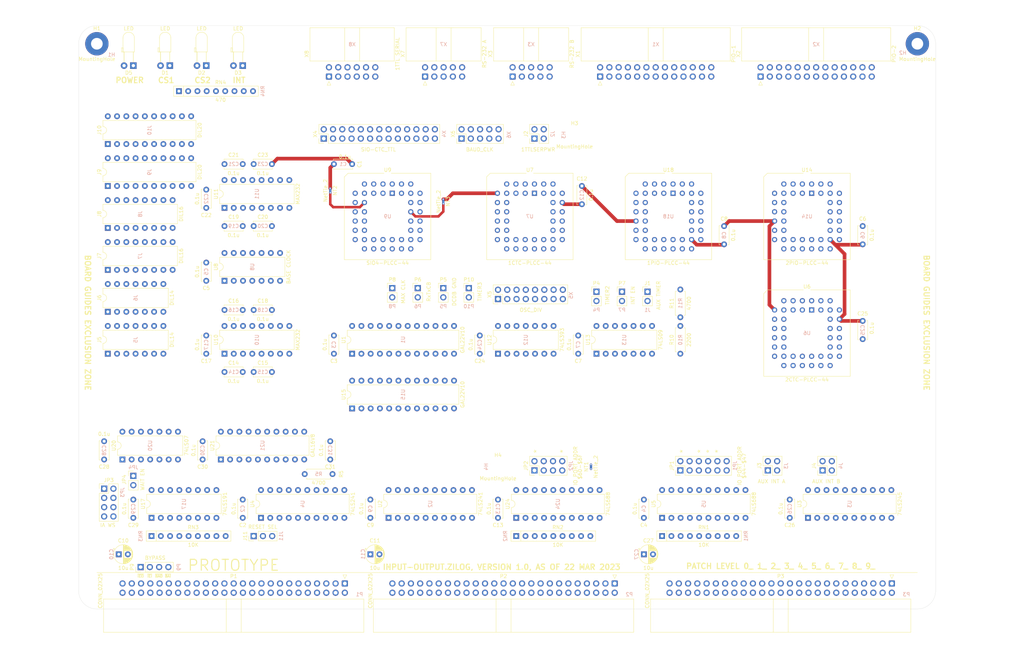
<source format=kicad_pcb>
(kicad_pcb (version 20211014) (generator pcbnew)
  (layers (0 "F.Cu" signal) (31 "B.Cu" signal) (34 "B.Paste" user) (35 "F.Paste" user) (36 "B.SilkS" user "B.Silkscreen") (37 "F.SilkS" user "F.Silkscreen") (38 "B.Mask" user) (39 "F.Mask" user) (44 "Edge.Cuts" user))
  (net 0 "")
  (net 1 "GND")
  (net 2 "VCC")
  (net 3 "Net-(C14-Pad2)")
  (net 4 "Net-(C14-Pad1)")
  (net 5 "Net-(C15-Pad2)")
  (net 6 "Net-(C15-Pad1)")
  (net 7 "Net-(C16-Pad2)")
  (net 8 "Net-(C18-Pad1)")
  (net 9 "Net-(C19-Pad2)")
  (net 10 "Net-(C19-Pad1)")
  (net 11 "Net-(C20-Pad2)")
  (net 12 "Net-(C20-Pad1)")
  (net 13 "Net-(C21-Pad2)")
  (net 14 "Net-(C23-Pad1)")
  (net 15 "Net-(D1-Pad1)")
  (net 16 "Net-(JP2-Pad8)")
  (net 17 "Net-(JP2-Pad6)")
  (net 18 "Net-(JP2-Pad4)")
  (net 19 "Net-(JP2-Pad2)")
  (net 20 "Net-(RN2-Pad9)")
  (net 21 "/CTC-SIO/1PWRB")
  (net 22 "/CTC-SIO/1PWRA")
  (net 23 "~{INT2}")
  (net 24 "~{INT1}")
  (net 25 "~{INT0}")
  (net 26 "Net-(JP1-Pad12)")
  (net 27 "Net-(JP1-Pad10)")
  (net 28 "Net-(JP1-Pad8)")
  (net 29 "Net-(JP1-Pad6)")
  (net 30 "Net-(JP1-Pad4)")
  (net 31 "Net-(JP1-Pad2)")
  (net 32 "~{IEO}")
  (net 33 "~{IEI}")
  (net 34 "-12V")
  (net 35 "/bus/CRUCLK")
  (net 36 "CLK")
  (net 37 "~{M1}")
  (net 38 "~{IORQ}")
  (net 39 "~{RD}")
  (net 40 "A0")
  (net 41 "A1")
  (net 42 "A2")
  (net 43 "A3")
  (net 44 "A4")
  (net 45 "A5")
  (net 46 "A6")
  (net 47 "A7")
  (net 48 "+12V")
  (net 49 "D0")
  (net 50 "D1")
  (net 51 "D2")
  (net 52 "D3")
  (net 53 "D4")
  (net 54 "D5")
  (net 55 "D6")
  (net 56 "D7")
  (net 57 "/CTC-SIO/1CTC_TG2")
  (net 58 "/CTC-SIO/1PHI_X")
  (net 59 "/CTC-SIO/GND-SIO4")
  (net 60 "/CTC-SIO/~{1DCDB}")
  (net 61 "/CTC-SIO/~{1TXCB}")
  (net 62 "/CTC-SIO/~{1RxCB}")
  (net 64 "/CTC-SIO/1CTC_TG3")
  (net 65 "/CTC-SIO/1CTC_ZC2")
  (net 66 "~{bINT}")
  (net 67 "/CTC-SIO/VCC-SIO4")
  (net 68 "Net-(RN1-Pad9)")
  (net 69 "~{PM1}")
  (net 70 "BASE_CLK")
  (net 71 "DATA_DIR")
  (net 72 "bA3")
  (net 73 "~{CS_CTC1}")
  (net 74 "bA2")
  (net 75 "~{CS_SIO1}")
  (net 76 "~{bIORQ}")
  (net 77 "~{CS_PIO1}")
  (net 78 "~{bIEI}")
  (net 79 "~{CS_PIO2}")
  (net 80 "~{bM1}")
  (net 81 "~{CS1}")
  (net 82 "~{bRD}")
  (net 83 "~{bRESET}")
  (net 84 "bA4")
  (net 85 "bA0")
  (net 86 "bA5")
  (net 87 "bA1")
  (net 88 "bA6")
  (net 89 "bA7")
  (net 90 "bD0")
  (net 91 "bD1")
  (net 92 "bD2")
  (net 93 "bD3")
  (net 94 "bD4")
  (net 95 "bD5")
  (net 96 "bD6")
  (net 97 "bD7")
  (net 98 "bCLK")
  (net 99 "~{CS2}")
  (net 100 "/CTC-SIO/1CTC_TG0")
  (net 101 "/CTC-SIO/1CTC_TG1")
  (net 102 "/CTC-SIO/1CTC_ZC1")
  (net 103 "/CTC-SIO/1CTC_ZC0")
  (net 104 "/CTC-SIO/~{1W-RDYB}")
  (net 105 "/CTC-SIO/1RXDB")
  (net 106 "/CTC-SIO/~{1RIB}")
  (net 107 "/CTC-SIO/1TXDB")
  (net 108 "/CTC-SIO/~{1RTSB}")
  (net 109 "/CTC-SIO/~{1CTSA}")
  (net 110 "/CTC-SIO/~{1DTRA}")
  (net 111 "/CTC-SIO/~{1DTRB}")
  (net 112 "/CTC-SIO/~{1CTSB}")
  (net 113 "/CTC-SIO/~{1DCDA}")
  (net 114 "/CTC-SIO/~{1RTSA}")
  (net 115 "/CTC-SIO/~{1TXCA}")
  (net 116 "/CTC-SIO/1RXDA")
  (net 117 "/CTC-SIO/~{1W-RDYA}")
  (net 118 "/CTC-SIO/1TXDA")
  (net 119 "/CTC-SIO/~{1RXCA}")
  (net 120 "/CTC-SIO/~{1RIA}")
  (net 121 "/CTC-SIO/1CTSB_IN")
  (net 122 "/CTC-SIO/1RTSB_OUT")
  (net 123 "/CTC-SIO/~{1TXDB_OUT}")
  (net 124 "/CTC-SIO/~{1RXDB_IN}")
  (net 125 "/CTC-SIO/1CTSA_IN")
  (net 126 "/CTC-SIO/1RTSA_OUT")
  (net 127 "/CTC-SIO/~{1TXDA_OUT}")
  (net 128 "/CTC-SIO/~{1RXDA_IN}")
  (net 129 "/CTC-SIO/1Q3A")
  (net 130 "/CTC-SIO/1Q2A")
  (net 131 "/CTC-SIO/1Q0B")
  (net 132 "/CTC-SIO/1Q1A")
  (net 133 "/CTC-SIO/1Q1B")
  (net 134 "/CTC-SIO/1Q0A")
  (net 135 "/CTC-SIO/1Q2B")
  (net 136 "/CTC-SIO/1Q3B")
  (net 137 "/CTC-SIO/1CPA")
  (net 138 "/dualPIO/2PB6")
  (net 139 "/dualPIO/2PB4")
  (net 140 "/dualPIO/2PB2")
  (net 141 "/dualPIO/2PB0")
  (net 142 "/dualPIO/2PB7")
  (net 143 "/dualPIO/2PB5")
  (net 144 "/dualPIO/2PB3")
  (net 145 "/dualPIO/2PB1")
  (net 146 "/dualPIO/2ARDY")
  (net 147 "/dualPIO/~{2ASTB}")
  (net 148 "/dualPIO/2BRDY")
  (net 149 "/dualPIO/~{2BSTB}")
  (net 150 "/dualPIO/2PA0")
  (net 151 "/dualPIO/2PA2")
  (net 152 "/dualPIO/2PA4")
  (net 153 "/dualPIO/2PA6")
  (net 154 "/dualPIO/2PA1")
  (net 155 "/dualPIO/2PA3")
  (net 156 "/dualPIO/2PA5")
  (net 157 "/dualPIO/2PA7")
  (net 158 "/dualPIO/1PB6")
  (net 159 "/dualPIO/1PB4")
  (net 160 "/dualPIO/1PB2")
  (net 161 "/dualPIO/1PB0")
  (net 162 "/dualPIO/1PB7")
  (net 163 "/dualPIO/1PB5")
  (net 164 "/dualPIO/1PB3")
  (net 165 "/dualPIO/1PB1")
  (net 166 "/dualPIO/1ARDY")
  (net 167 "/dualPIO/~{1ASTB}")
  (net 168 "/dualPIO/1BRDY")
  (net 169 "/dualPIO/~{1BSTB}")
  (net 170 "/dualPIO/1PA0")
  (net 171 "/dualPIO/1PA2")
  (net 172 "/dualPIO/1PA4")
  (net 173 "/dualPIO/1PA6")
  (net 174 "/dualPIO/1PA1")
  (net 175 "/dualPIO/1PA3")
  (net 176 "/dualPIO/1PA5")
  (net 177 "/dualPIO/1PA7")
  (net 178 "ZERO")
  (net 179 "IEO_CTC2")
  (net 180 "/CTC-INT/2CTC_TG3")
  (net 181 "/CTC-INT/2CTC_ZC0")
  (net 182 "/CTC-INT/2CTC_TG1")
  (net 183 "/CTC-INT/2CTC_TG2")
  (net 184 "Net-(D2-Pad1)")
  (net 185 "CLK_ZILOG")
  (net 186 "Net-(JP3-Pad8)")
  (net 187 "Net-(JP3-Pad6)")
  (net 188 "Net-(JP3-Pad4)")
  (net 189 "Net-(JP3-Pad2)")
  (net 190 "~{WAIT}")
  (net 191 "~{bIORQ_RAW}")
  (net 193 "/GAL/DEL_CNT")
  (net 194 "/GAL/~{bCLK}")
  (net 195 "/GAL/bM1")
  (net 196 "/GAL/~{bWAIT}")
  (net 197 "~{BAO}")
  (net 198 "~{BAI}")
  (net 199 "Net-(JP4-Pad1)")
  (net 200 "Net-(P7-Pad1)")
  (net 201 "IEO_PIO2")
  (net 202 "IEO_SIO1")
  (net 203 "470C")
  (net 204 "470B")
  (net 205 "470D")
  (net 206 "470A")
  (net 207 "470F")
  (net 208 "470E")
  (net 307 "IEO_CTC1")
  (net 308 "/bus/E")
  (net 309 "/bus/~{WR}")
  (net 310 "/bus/ST")
  (net 311 "/bus/PHI")
  (net 312 "/bus/~{MREQ}")
  (net 313 "/bus/~{BUSACK}")
  (net 314 "~{RES_IN}")
  (net 315 "/bus/CRUOUT")
  (net 316 "/bus/CRUIN")
  (net 317 "/bus/~{NMI}")
  (net 318 "~{RES_OUT}")
  (net 319 "/bus/USER8")
  (net 320 "/bus/~{BUSRQ}")
  (net 321 "/bus/USER7")
  (net 322 "/bus/USER6")
  (net 323 "/bus/~{HALT}")
  (net 324 "/bus/USER5")
  (net 325 "/bus/~{RFSH}")
  (net 326 "/bus/USER4")
  (net 327 "/bus/~{EIRQ7}")
  (net 328 "/bus/USER3")
  (net 329 "/bus/~{EIRQ6}")
  (net 330 "/bus/USER2")
  (net 331 "/bus/~{EIRQ5}")
  (net 332 "/bus/USER1")
  (net 333 "/bus/~{EIRQ4}")
  (net 334 "/bus/USER0")
  (net 335 "/bus/~{EIRQ3}")
  (net 336 "/bus/~{EIRQ2}")
  (net 337 "/bus/~{EIRQ1}")
  (net 338 "/bus/~{EIRQ0}")
  (net 339 "Net-(J11-Pad2)")
  (net 340 "/bus/I2C_SCL")
  (net 341 "/bus/A15")
  (net 342 "/bus/A31")
  (net 343 "/bus/A14")
  (net 344 "/bus/A30")
  (net 345 "/bus/A13")
  (net 346 "/bus/A29")
  (net 347 "/bus/A12")
  (net 348 "/bus/A28")
  (net 349 "/bus/A11")
  (net 350 "/bus/A27")
  (net 351 "/bus/A10")
  (net 352 "/bus/A26")
  (net 353 "/bus/A9")
  (net 354 "/bus/A25")
  (net 355 "/bus/A8")
  (net 356 "/bus/A24")
  (net 357 "/bus/A23")
  (net 358 "/bus/A22")
  (net 359 "/bus/A21")
  (net 360 "/bus/A20")
  (net 361 "/bus/A19")
  (net 362 "/bus/A18")
  (net 363 "/bus/A17")
  (net 364 "/bus/A16")
  (net 365 "/bus/IC3")
  (net 366 "/bus/~{TEND1}")
  (net 367 "/bus/IC2")
  (net 368 "/bus/~{DREQ1}")
  (net 369 "/bus/IC1")
  (net 370 "/bus/~{TEND0}")
  (net 371 "/bus/IC0")
  (net 372 "/bus/~{DREQ0}")
  (net 373 "/bus/AUXCLK1")
  (net 374 "/bus/AUXCLK0")
  (net 375 "/bus/D15")
  (net 376 "/bus/D31")
  (net 377 "/bus/D14")
  (net 378 "/bus/D30")
  (net 379 "/bus/D13")
  (net 380 "/bus/D29")
  (net 381 "/bus/D12")
  (net 382 "/bus/D28")
  (net 383 "/bus/D11")
  (net 384 "/bus/D27")
  (net 385 "/bus/D10")
  (net 386 "/bus/D26")
  (net 387 "/bus/D9")
  (net 388 "/bus/D25")
  (net 389 "/bus/D8")
  (net 390 "/bus/D24")
  (net 391 "/bus/D23")
  (net 392 "/bus/D22")
  (net 393 "/bus/D21")
  (net 394 "/bus/D20")
  (net 395 "/bus/D19")
  (net 396 "/bus/D18")
  (net 397 "/bus/D17")
  (net 398 "/bus/D16")
  (net 399 "/bus/~{BUSERR}")
  (net 400 "/bus/UDS")
  (net 401 "/bus/~{VPA}")
  (net 402 "/bus/LDS")
  (net 403 "/bus/~{VMA}")
  (net 404 "/bus/S2")
  (net 405 "/bus/~{BHE}")
  (net 406 "/bus/S1")
  (net 407 "/bus/IPL2")
  (net 408 "/bus/S0")
  (net 409 "/bus/IPL1")
  (net 410 "/bus/AUXCLK3")
  (net 411 "/bus/IPL0")
  (net 412 "/bus/AUXCLK2")
  (net 413 "IEO_PIO1")
  (net 428 "/CTC-INT/2CTC_ZC1")
  (net 429 "/CTC-INT/2CTC_ZC2")
  (net 538 "/bus/I2C_SDA")
  (footprint "Connector_IDC:IDC-Header_2x25_P2.54mm_Horizontal" (layer "F.Cu") (at 108 223 -90)
    (fp_text reference "P1")
    (fp_text value "CONN_02X25")
  )
  (footprint "LED_THT:LED_D3.0mm_Horizontal_O3.81mm_Z2.0mm" (layer "F.Cu") (at 50 81 180)
    (fp_text reference "D5")
    (fp_text value "LED")
  )
  (footprint "MountingHole:MountingHole_3.2mm_M3_Pad" (layer "F.Cu") (at 40 75)
    (fp_text reference "H1")
    (fp_text value "MountingHole")
  )
  (footprint "Connector_IDC:IDC-Header_2x25_P2.54mm_Horizontal" (layer "F.Cu") (at 258 223 -90)
    (fp_text reference "P3")
    (fp_text value "CONN_02X25")
  )
  (footprint "Connector_IDC:IDC-Header_2x25_P2.54mm_Horizontal" (layer "F.Cu") (at 182 223 -90)
    (fp_text reference "P2")
    (fp_text value "CONN_02X25")
  )
  (footprint "Capacitor_THT:C_Disc_D5.0mm_W2.5mm_P5.00mm" (layer "F.Cu") (at 105 108)
    (fp_text reference "C1")
    (fp_text value "0.1u")
  )
  (footprint "MountingHole:MountingHole_3.2mm_M3_Pad" (layer "F.Cu") (at 265 75)
    (fp_text reference "H2")
    (fp_text value "MountingHole")
  )
  (footprint "Connector_PinHeader_2.54mm:PinHeader_2x04_P2.54mm_Vertical" (layer "F.Cu") (at 160 192 90)
    (fp_text reference "JP2")
    (fp_text value "IO PORT ADDR")
  )
  (footprint "Resistor_THT:R_Array_SIP9" (layer "F.Cu") (at 155 210)
    (fp_text reference "RN2")
    (fp_text value "10K")
  )
  (footprint "Package_DIP:DIP-20_W7.62mm" (layer "F.Cu") (at 155 205 90)
    (fp_text reference "U24")
    (fp_text value "74LS688")
  )
  (footprint "Capacitor_THT:C_Disc_D5.0mm_W2.5mm_P5.00mm" (layer "F.Cu") (at 80 200 -90)
    (fp_text reference "C2")
    (fp_text value "0.1u")
  )
  (footprint "Capacitor_THT:C_Disc_D5.0mm_W2.5mm_P5.00mm" (layer "F.Cu") (at 105 155 -90)
    (fp_text reference "C3")
    (fp_text value "0.1u")
  )
  (footprint "Capacitor_THT:C_Disc_D5.0mm_W2.5mm_P5.00mm" (layer "F.Cu") (at 172 155 -90)
    (fp_text reference "C7")
    (fp_text value "0.1u")
  )
  (footprint "Capacitor_THT:C_Disc_D5.0mm_W2.5mm_P5.00mm" (layer "F.Cu") (at 212 130 90)
    (fp_text reference "C8")
    (fp_text value "0.1u")
  )
  (footprint "Capacitor_THT:CP_Radial_D5.0mm_P2.50mm" (layer "F.Cu") (at 46 215)
    (fp_text reference "C10")
    (fp_text value "10u")
  )
  (footprint "Capacitor_THT:CP_Radial_D5.0mm_P2.50mm" (layer "F.Cu") (at 115 215)
    (fp_text reference "C11")
    (fp_text value "10u")
  )
  (footprint "Capacitor_THT:C_Disc_D5.0mm_W2.5mm_P5.00mm" (layer "F.Cu") (at 173 119 90)
    (fp_text reference "C12")
    (fp_text value "0.1u")
  )
  (footprint "Capacitor_THT:C_Disc_D5.0mm_W2.5mm_P5.00mm" (layer "F.Cu") (at 150 200 -90)
    (fp_text reference "C13")
    (fp_text value "0.1u")
  )
  (footprint "Capacitor_THT:C_Disc_D5.0mm_W2.5mm_P5.00mm" (layer "F.Cu") (at 145 155 -90)
    (fp_text reference "C24")
    (fp_text value "0.1u")
  )
  (footprint "LED_THT:LED_D3.0mm_Horizontal_O3.81mm_Z2.0mm" (layer "F.Cu") (at 60 81 180)
    (fp_text reference "D1")
    (fp_text value "LED")
  )
  (footprint "LED_THT:LED_D3.0mm_Horizontal_O3.81mm_Z2.0mm" (layer "F.Cu") (at 80 81 180)
    (fp_text reference "D3")
    (fp_text value "LED")
  )
  (footprint "Connector_PinHeader_2.54mm:PinHeader_1x02_P2.54mm_Vertical" (layer "F.Cu") (at 191 143)
    (fp_text reference "J1")
    (fp_text value "AUX TIMER")
  )
  (footprint "Connector_PinHeader_2.54mm:PinHeader_2x02_P2.54mm_Vertical" (layer "F.Cu") (at 160 101 90)
    (fp_text reference "J2")
    (fp_text value "1TTLSERPWR")
  )
  (footprint "Connector_IDC:IDC-Header_2x06_P2.54mm_Horizontal" (layer "F.Cu") (at 103.65 84 90)
    (fp_text reference "X8")
    (fp_text value "1TTL SERIAL")
  )
  (footprint "Connector_PinHeader_2.54mm:PinHeader_2x08_P2.54mm_Vertical" (layer "F.Cu") (at 150 145 90)
    (fp_text reference "X5")
    (fp_text value "OSC_DIV")
  )
  (footprint "Connector_PinHeader_2.54mm:PinHeader_1x02_P2.54mm_Vertical" (layer "F.Cu") (at 177 143)
    (fp_text reference "P4")
    (fp_text value "TIMER2")
  )
  (footprint "Resistor_THT:R_Axial_DIN0207_L6.3mm_D2.5mm_P7.62mm_Horizontal" (layer "F.Cu") (at 200 160 90)
    (fp_text reference "R10")
    (fp_text value "2200")
  )
  (footprint "Resistor_THT:R_Axial_DIN0207_L6.3mm_D2.5mm_P7.62mm_Horizontal" (layer "F.Cu") (at 200 150 90)
    (fp_text reference "R11")
    (fp_text value "4700")
  )
  (footprint "Package_DIP:DIP-20_W7.62mm" (layer "F.Cu") (at 120 205 90)
    (fp_text reference "U2")
    (fp_text value "74LS241")
  )
  (footprint "Package_DIP:DIP-20_W7.62mm" (layer "F.Cu") (at 235 205 90)
    (fp_text reference "U3")
    (fp_text value "74LS245")
  )
  (footprint "Package_DIP:DIP-14_W7.62mm" (layer "F.Cu") (at 75 140 90)
    (fp_text reference "U8")
    (fp_text value "BASE CLOCK")
  )
  (footprint "Package_LCC:PLCC-44_THT-Socket" (layer "F.Cu") (at 236 116)
    (fp_text reference "U14")
    (fp_text value "2PIO-PLCC-44")
  )
  (footprint "Package_LCC:PLCC-44_THT-Socket" (layer "F.Cu") (at 198 116)
    (fp_text reference "U18")
    (fp_text value "1PIO-PLCC-44")
  )
  (footprint "Connector_IDC:IDC-Header_2x13_P2.54mm_Horizontal" (layer "F.Cu") (at 178 84 90)
    (fp_text reference "X1")
    (fp_text value "PIO-1")
  )
  (footprint "Connector_IDC:IDC-Header_2x13_P2.54mm_Horizontal" (layer "F.Cu") (at 222 84 90)
    (fp_text reference "X2")
    (fp_text value "PIO-2")
  )
  (footprint "Connector_IDC:IDC-Header_2x05_P2.54mm_Horizontal" (layer "F.Cu") (at 154 84 90)
    (fp_text reference "X3")
    (fp_text value "RS-232 B")
  )
  (footprint "Connector_PinHeader_2.54mm:PinHeader_2x13_P2.54mm_Vertical" (layer "F.Cu") (at 102.22 101 90)
    (fp_text reference "X4")
    (fp_text value "SIO-CTC_TTL")
  )
  (footprint "Connector_PinHeader_2.54mm:PinHeader_2x05_P2.54mm_Vertical" (layer "F.Cu") (at 140 101 90)
    (fp_text reference "X6")
    (fp_text value "BAUD_CLK")
  )
  (footprint "Connector_IDC:IDC-Header_2x05_P2.54mm_Horizontal" (layer "F.Cu") (at 130 84 90)
    (fp_text reference "X7")
    (fp_text value "RS-232 A")
  )
  (footprint "Package_LCC:PLCC-44_THT-Socket" (layer "F.Cu") (at 160 116)
    (fp_text reference "U7")
    (fp_text value "1CTC-PLCC-44")
  )
  (footprint "Package_DIP:DIP-20_W7.62mm" (layer "F.Cu") (at 85 205 90)
    (fp_text reference "U4")
    (fp_text value "74LS241")
  )
  (footprint "Capacitor_THT:C_Disc_D5.0mm_W2.5mm_P5.00mm" (layer "F.Cu") (at 115 200 -90)
    (fp_text reference "C9")
    (fp_text value "0.1u")
  )
  (footprint "Capacitor_THT:C_Disc_D5.0mm_W2.5mm_P5.00mm" (layer "F.Cu") (at 83 148)
    (fp_text reference "C18")
    (fp_text value "0.1u")
  )
  (footprint "Capacitor_THT:C_Disc_D5.0mm_W2.5mm_P5.00mm" (layer "F.Cu") (at 75 148)
    (fp_text reference "C16")
    (fp_text value "0.1u")
  )
  (footprint "Capacitor_THT:C_Disc_D5.0mm_W2.5mm_P5.00mm" (layer "F.Cu") (at 75 165)
    (fp_text reference "C14")
    (fp_text value "0.1u")
  )
  (footprint "Capacitor_THT:C_Disc_D5.0mm_W2.5mm_P5.00mm" (layer "F.Cu") (at 70 155 -90)
    (fp_text reference "C17")
    (fp_text value "0.1u")
  )
  (footprint "Capacitor_THT:C_Disc_D5.0mm_W2.5mm_P5.00mm" (layer "F.Cu") (at 75 125)
    (fp_text reference "C19")
    (fp_text value "0.1u")
  )
  (footprint "Capacitor_THT:C_Disc_D5.0mm_W2.5mm_P5.00mm" (layer "F.Cu") (at 83 125)
    (fp_text reference "C20")
    (fp_text value "0.1u")
  )
  (footprint "Capacitor_THT:C_Disc_D5.0mm_W2.5mm_P5.00mm" (layer "F.Cu") (at 75 108)
    (fp_text reference "C21")
    (fp_text value "0.1u")
  )
  (footprint "Capacitor_THT:C_Disc_D5.0mm_W2.5mm_P5.00mm" (layer "F.Cu") (at 70 115 -90)
    (fp_text reference "C22")
    (fp_text value "0.1u")
  )
  (footprint "Capacitor_THT:C_Disc_D5.0mm_W2.5mm_P5.00mm" (layer "F.Cu") (at 83 108)
    (fp_text reference "C23")
    (fp_text value "0.1u")
  )
  (footprint "Capacitor_THT:C_Disc_D5.0mm_W2.5mm_P5.00mm" (layer "F.Cu") (at 83 165)
    (fp_text reference "C15")
    (fp_text value "0.1u")
  )
  (footprint "Package_DIP:DIP-16_W7.62mm" (layer "F.Cu") (at 75 120 90)
    (fp_text reference "U11")
    (fp_text value "MAX232")
  )
  (footprint "Package_DIP:DIP-16_W7.62mm" (layer "F.Cu") (at 75 160 90)
    (fp_text reference "U10")
    (fp_text value "MAX232")
  )
  (footprint "Capacitor_THT:CP_Radial_D5.0mm_P2.50mm" (layer "F.Cu") (at 190 215)
    (fp_text reference "C27")
    (fp_text value "10u")
  )
  (footprint "Package_LCC:PLCC-44_THT-Socket" (layer "F.Cu") (at 121 116)
    (fp_text reference "U9")
    (fp_text value "SIO4-PLCC-44")
  )
  (footprint "Package_DIP:DIP-14_W7.62mm" (layer "F.Cu") (at 177 160 90)
    (fp_text reference "U13")
    (fp_text value "74LS09")
  )
  (footprint "Capacitor_THT:C_Disc_D5.0mm_W2.5mm_P5.00mm" (layer "F.Cu") (at 190 200 -90)
    (fp_text reference "C4")
    (fp_text value "0.1u")
  )
  (footprint "Capacitor_THT:C_Disc_D5.0mm_W2.5mm_P5.00mm" (layer "F.Cu") (at 250 130 90)
    (fp_text reference "C6")
    (fp_text value "0.1u")
  )
  (footprint "Package_DIP:DIP-14_W7.62mm" (layer "F.Cu") (at 150 160 90)
    (fp_text reference "U12")
    (fp_text value "74LS393")
  )
  (footprint "Capacitor_THT:C_Disc_D5.0mm_W2.5mm_P5.00mm" (layer "F.Cu") (at 70 135 -90)
    (fp_text reference "C5")
    (fp_text value "0.1u")
  )
  (footprint "Package_DIP:DIP-24_W7.62mm" (layer "F.Cu") (at 110 160 90)
    (fp_text reference "U1")
    (fp_text value "GAL22V10")
  )
  (footprint "Connector_PinHeader_2.54mm:PinHeader_1x02_P2.54mm_Vertical" (layer "F.Cu") (at 135 142)
    (fp_text reference "P5")
    (fp_text value "DCDB GND")
  )
  (footprint "Connector_PinHeader_2.54mm:PinHeader_1x02_P2.54mm_Vertical" (layer "F.Cu") (at 142 142)
    (fp_text reference "P10")
    (fp_text value "TIMER3")
  )
  (footprint "Connector_PinHeader_2.54mm:PinHeader_2x02_P2.54mm_Vertical" (layer "F.Cu") (at 224 192 90)
    (fp_text reference "J3")
    (fp_text value "AUX INT A")
  )
  (footprint "Connector_PinHeader_2.54mm:PinHeader_2x02_P2.54mm_Vertical" (layer "F.Cu") (at 239 192 90)
    (fp_text reference "J4")
    (fp_text value "AUX INT B")
  )
  (footprint "Connector_PinHeader_2.54mm:PinHeader_2x06_P2.54mm_Vertical" (layer "F.Cu") (at 200 192 90)
    (fp_text reference "JP1")
    (fp_text value "IO PORT ADDR")
  )
  (footprint "Connector_PinHeader_2.54mm:PinHeader_1x02_P2.54mm_Vertical" (layer "F.Cu") (at 128 142)
    (fp_text reference "P6")
    (fp_text value "RxTxCB")
  )
  (footprint "Connector_PinHeader_2.54mm:PinHeader_1x02_P2.54mm_Vertical" (layer "F.Cu") (at 184 143)
    (fp_text reference "P7")
    (fp_text value "INT EN")
  )
  (footprint "Package_DIP:DIP-20_W7.62mm" (layer "F.Cu") (at 195 205 90)
    (fp_text reference "U5")
    (fp_text value "74LS688")
  )
  (footprint "Package_LCC:PLCC-44_THT-Socket" (layer "F.Cu") (at 236 148)
    (fp_text reference "U6")
    (fp_text value "2CTC-PLCC-44")
  )
  (footprint "Capacitor_THT:C_Disc_D5.0mm_W2.5mm_P5.00mm" (layer "F.Cu") (at 250 151 -90)
    (fp_text reference "C25")
    (fp_text value "0.1u")
  )
  (footprint "Capacitor_THT:C_Disc_D5.0mm_W2.5mm_P5.00mm" (layer "F.Cu") (at 230 200 -90)
    (fp_text reference "C26")
    (fp_text value "0.1u")
  )
  (footprint "Package_DIP:DIP-14_W7.62mm" (layer "F.Cu") (at 43 160 90)
    (fp_text reference "J5")
    (fp_text value "DIL14")
  )
  (footprint "Package_DIP:DIP-14_W7.62mm" (layer "F.Cu") (at 43 148.5 90)
    (fp_text reference "J6")
    (fp_text value "DIL14")
  )
  (footprint "Package_DIP:DIP-16_W7.62mm" (layer "F.Cu") (at 43 137 90)
    (fp_text reference "J7")
    (fp_text value "DIL16")
  )
  (footprint "Package_DIP:DIP-16_W7.62mm" (layer "F.Cu") (at 43 125.5 90)
    (fp_text reference "J8")
    (fp_text value "DIL16")
  )
  (footprint "Package_DIP:DIP-20_W7.62mm" (layer "F.Cu") (at 43 114 90)
    (fp_text reference "J9")
    (fp_text value "DIL20")
  )
  (footprint "Package_DIP:DIP-20_W7.62mm" (layer "F.Cu") (at 43 102.5 90)
    (fp_text reference "J10")
    (fp_text value "DIL20")
  )
  (footprint "Resistor_THT:R_Array_SIP9" (layer "F.Cu") (at 195 210)
    (fp_text reference "RN1")
    (fp_text value "10K")
  )
  (footprint "Package_DIP:DIP-24_W7.62mm" (layer "F.Cu") (at 110 175 90)
    (fp_text reference "U15")
    (fp_text value "GAL22V10")
  )
  (footprint "LED_THT:LED_D3.0mm_Horizontal_O3.81mm_Z2.0mm" (layer "F.Cu") (at 70 81 180)
    (fp_text reference "D2")
    (fp_text value "LED")
  )
  (footprint "Resistor_THT:R_Array_SIP9" (layer "F.Cu") (at 55 210)
    (fp_text reference "RN3")
    (fp_text value "10K")
  )
  (footprint "Package_DIP:DIP-16_W7.62mm" (layer "F.Cu") (at 55 205 90)
    (fp_text reference "U17")
    (fp_text value "74LS191")
  )
  (footprint "Package_DIP:DIP-14_W7.62mm" (layer "F.Cu") (at 47 189 90)
    (fp_text reference "U20")
    (fp_text value "74LS07")
  )
  (footprint "Connector_PinHeader_2.54mm:PinHeader_2x04_P2.54mm_Vertical" (layer "F.Cu") (at 42 197)
    (fp_text reference "JP3")
    (fp_text value "IA WS")
  )
  (footprint "Capacitor_THT:C_Disc_D5.0mm_W2.5mm_P5.00mm" (layer "F.Cu") (at 42 184 -90)
    (fp_text reference "C28")
    (fp_text value "0.1u")
  )
  (footprint "Capacitor_THT:C_Disc_D5.0mm_W2.5mm_P5.00mm" (layer "F.Cu") (at 50 200 -90)
    (fp_text reference "C29")
    (fp_text value "0.1u")
  )
  (footprint "Capacitor_THT:C_Disc_D5.0mm_W2.5mm_P5.00mm" (layer "F.Cu") (at 104 184 -90)
    (fp_text reference "C31")
    (fp_text value "0.1u")
  )
  (footprint "Capacitor_THT:C_Disc_D5.0mm_W2.5mm_P5.00mm" (layer "F.Cu") (at 69 184 -90)
    (fp_text reference "C30")
    (fp_text value "0.1u")
  )
  (footprint "Connector_PinHeader_2.54mm:PinHeader_1x02_P2.54mm_Vertical" (layer "F.Cu") (at 50 193.5)
    (fp_text reference "JP4")
    (fp_text value "WAIT EN")
  )
  (footprint "Package_DIP:DIP-20_W7.62mm" (layer "F.Cu") (at 74 189 90)
    (fp_text reference "U21")
    (fp_text value "GAL16V8")
  )
  (footprint "Connector_PinHeader_2.54mm:PinHeader_1x02_P2.54mm_Vertical" (layer "F.Cu") (at 121 142)
    (fp_text reference "P8")
    (fp_text value "MAX CLK")
  )
  (footprint "Resistor_THT:R_Array_SIP9" (layer "F.Cu") (at 62.5 88)
    (fp_text reference "RN4")
    (fp_text value "470")
  )
  (footprint "Connector_PinHeader_2.54mm:PinHeader_1x04_P2.54mm_Vertical" (layer "F.Cu") (at 52 218.5 90)
    (fp_text reference "P9")
    (fp_text value "BYPASS")
  )
  (footprint "Resistor_THT:R_Axial_DIN0207_L6.3mm_D2.5mm_P7.62mm_Horizontal" (layer "F.Cu") (at 97 193)
    (fp_text reference "R5")
    (fp_text value "4700")
  )
  (footprint "NetTie:NetTie-2_THT_Pad0.3mm" (layer "F.Cu") (at 135 117.65 -90)
    (fp_text reference "NT3")
    (fp_text value "NetTie_2")
  )
  (footprint "MountingHole:MountingHole_2.1mm" (layer "F.Cu") (at 171 100)
    (fp_text reference "H3")
    (fp_text value "MountingHole")
  )
  (footprint "NetTie:NetTie-2_THT_Pad0.3mm" (layer "F.Cu") (at 104 114.65 -90)
    (fp_text reference "NT2")
    (fp_text value "NetTie_2")
  )
  (footprint "MountingHole:MountingHole_2.1mm" (layer "F.Cu") (at 150 191)
    (fp_text reference "H4")
    (fp_text value "MountingHole")
  )
  (footprint "NetTie:NetTie-2_THT_Pad0.3mm" (layer "F.Cu") (at 175.5 191.6 90)
    (fp_text reference "NT1")
    (fp_text value "NetTie_2")
  )
  (footprint "Connector_PinHeader_2.54mm:PinHeader_1x03_P2.54mm_Vertical" (layer "F.Cu") (at 83 210 90)
    (fp_text reference "J11")
    (fp_text value "RESET SEL")
  )
  (gr_line (start 40 220) (end 265 220) (layer "F.SilkS") (width 0.12))
  (gr_line (start 35 75) (end 35 225) (layer "Edge.Cuts") (width 0.05))
  (gr_line (start 40 230) (end 265 230) (layer "Edge.Cuts") (width 0.05))
  (gr_line (start 270 225) (end 270 75) (layer "Edge.Cuts") (width 0.05))
  (gr_line (start 265 70) (end 40 70) (layer "Edge.Cuts") (width 0.05))
  (gr_arc (start 270 225) (mid 268.535534 228.535534) (end 265 230) (layer "Edge.Cuts") (width 0.05))
  (gr_arc (start 35 75) (mid 36.464466 71.464466) (end 40 70) (layer "Edge.Cuts") (width 0.05))
  (gr_arc (start 265 70) (mid 268.535534 71.464466) (end 270 75) (layer "Edge.Cuts") (width 0.05))
  (gr_arc (start 40 230) (mid 36.464466 228.535534) (end 35 225) (layer "Edge.Cuts") (width 0.05))
  (gr_text "BOARD GUIDES EXCLUSION ZONE" (at 267.5 151.5 270) (layer "F.SilkS") (effects (font (size 1.5 1.5) (thickness 0.3))))
  (gr_text "BOARD GUIDES EXCLUSION ZONE" (at 37.5 151.5 270) (layer "F.SilkS") (effects (font (size 1.5 1.5) (thickness 0.3))))
  (gr_text "INT" (at 79 85) (layer "F.SilkS") (effects (font (size 1.5 1.5) (thickness 0.3))))
  (gr_text "CS1" (at 59 85) (layer "F.SilkS") (effects (font (size 1.5 1.5) (thickness 0.3))))
  (gr_text "CS2" (at 69 85) (layer "F.SilkS") (effects (font (size 1.5 1.5) (thickness 0.3))))
  (gr_text "~{IEI}" (at 54.5 221) (layer "F.SilkS") (effects (font (size 0.7 0.7) (thickness 0.175))))
  (gr_text "~{BAO}" (at 57 221) (layer "F.SilkS") (effects (font (size 0.7 0.7) (thickness 0.175))))
  (gr_text "~{BAI}" (at 59.5 221) (layer "F.SilkS") (effects (font (size 0.7 0.7) (thickness 0.175))))
  (gr_text "INPUT-OUTPUT.ZILOG, VERSION 1.0, AS OF 22 MAR 2023" (at 151 218.5) (layer "F.SilkS") (effects (font (size 1.5 1.5) (thickness 0.3))))
  (gr_text "PATCH LEVEL 0_ 1_ 2_ 3_ 4_ 5_ 6_ 7_ 8_ 9_" (at 227.5 218.25) (layer "F.SilkS") (effects (font (size 1.5 1.5) (thickness 0.3))))
  (gr_text "$60-$6F" (at 172.5 191 90) (layer "F.SilkS") (effects (font (size 1 1))))
  (gr_text "POWER" (at 49 85) (layer "F.SilkS") (effects (font (size 1.5 1.5) (thickness 0.3))))
  (gr_text "$44-$47" (at 217.5 190.75 90) (layer "F.SilkS") (effects (font (size 1 1))))
  (gr_text "~{IEO}" (at 52 221) (layer "F.SilkS") (effects (font (size 0.7 0.7) (thickness 0.175))))
  (gr_text "*\n\n*\n*\n*\n\n" (at 206.75 186.75 90) (layer "F.SilkS") (effects (font (size 1.5 1.5))))
  (gr_text "PROTOTYPE" (at 77.5 218) (layer "F.SilkS") (effects (font (size 3 3) (thickness 0.3))))
  (gr_text "*\n\n\n*" (at 164.25 186.75 90) (layer "F.SilkS") (effects (font (size 1.5 1.5))))
  (segment (start 135.97 117.65) (end 137.62 116) (width 1) (layer "F.Cu") (net 1))
  (segment (start 149.84 116) (end 137.62 116) (width 1) (layer "F.Cu") (net 1))
  (segment (start 110 108) (end 108.499999 106.499999) (width 1) (layer "F.Cu") (net 1))
  (segment (start 182.62 123.62) (end 173 114) (width 1) (layer "F.Cu") (net 1))
  (segment (start 224.428799 125.031201) (end 225.84 123.62) (width 1) (layer "F.Cu") (net 1))
  (segment (start 213.38 123.62) (end 212 125) (width 1) (layer "F.Cu") (net 1))
  (segment (start 135 117.65) (end 135.97 117.65) (width 1) (layer "F.Cu") (net 1))
  (segment (start 225.84 123.62) (end 213.38 123.62) (width 1) (layer "F.Cu") (net 1))
  (segment (start 225.84 148) (end 224.428799 146.588799) (width 1) (layer "F.Cu") (net 1))
  (segment (start 108.499999 106.499999) (end 89.500001 106.499999) (width 1) (layer "F.Cu") (net 1))
  (segment (start 89.500001 106.499999) (end 88 108) (width 1) (layer "F.Cu") (net 1))
  (segment (start 224.428799 146.588799) (end 224.428799 125.031201) (width 1) (layer "F.Cu") (net 1))
  (segment (start 187.84 123.62) (end 182.62 123.62) (width 1) (layer "F.Cu") (net 1))
  (segment (start 204.491201 130.111201) (end 211.888799 130.111201) (width 1) (layer "F.Cu") (net 2))
  (segment (start 211.888799 130.111201) (end 212 130) (width 1) (layer "F.Cu") (net 2))
  (segment (start 173 119) (end 168.08 119) (width 1) (layer "F.Cu") (net 2))
  (segment (start 243.62 150.54) (end 245.031201 149.128799) (width 1) (layer "F.Cu") (net 2))
  (segment (start 168.08 119) (end 167.62 118.54) (width 1) (layer "F.Cu") (net 2))
  (segment (start 245.031201 149.128799) (end 245.031201 132.651201) (width 1) (layer "F.Cu") (net 2))
  (segment (start 245.031201 132.651201) (end 242.491201 130.111201) (width 1) (layer "F.Cu") (net 2))
  (segment (start 250 151) (end 244.08 151) (width 1) (layer "F.Cu") (net 2))
  (segment (start 104 109) (end 105 108) (width 1) (layer "F.Cu") (net 2))
  (segment (start 244.08 151) (end 243.62 150.54) (width 1) (layer "F.Cu") (net 2))
  (segment (start 104 114.65) (end 104 109) (width 1) (layer "F.Cu") (net 2))
  (segment (start 242.491201 130.111201) (end 249.888799 130.111201) (width 1) (layer "F.Cu") (net 2))
  (segment (start 241.08 128.7) (end 242.491201 130.111201) (width 1) (layer "F.Cu") (net 2))
  (segment (start 203.08 128.7) (end 204.491201 130.111201) (width 1) (layer "F.Cu") (net 2))
  (segment (start 249.888799 130.111201) (end 250 130) (width 1) (layer "F.Cu") (net 2))
  (segment (start 127.341201 122.341201) (end 133.658799 122.341201) (width 0.7) (layer "F.Cu") (net 59))
  (segment (start 126.08 121.08) (end 127.341201 122.341201) (width 0.7) (layer "F.Cu") (net 59))
  (segment (start 135 118.85) (end 135 121) (width 0.7) (layer "F.Cu") (net 59))
  (segment (start 133.658799 122.341201) (end 135 121) (width 0.7) (layer "F.Cu") (net 59))
  (segment (start 104.801201 119.801201) (end 112.118799 119.801201) (width 0.7) (layer "F.Cu") (net 67))
  (segment (start 112.118799 119.801201) (end 113.38 118.54) (width 0.7) (layer "F.Cu") (net 67))
  (segment (start 104 119) (end 104.801201 119.801201) (width 0.7) (layer "F.Cu") (net 67))
  (segment (start 104 115.85) (end 104 119) (width 0.7) (layer "F.Cu") (net 67))
)
</source>
